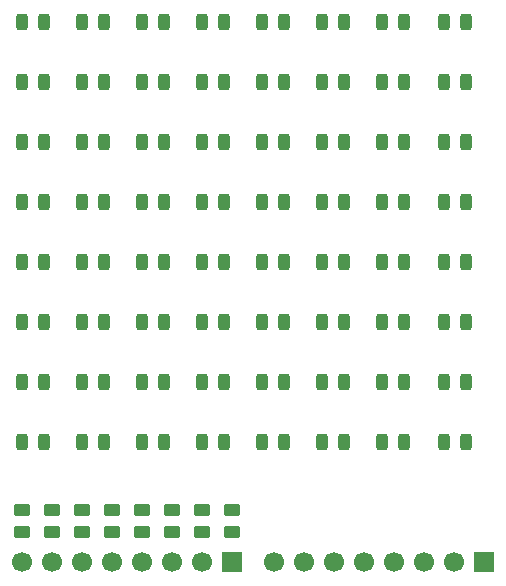
<source format=gbr>
%TF.GenerationSoftware,KiCad,Pcbnew,9.0.3*%
%TF.CreationDate,2025-08-28T20:36:14+02:00*%
%TF.ProjectId,ledki8x8,6c65646b-6938-4783-982e-6b696361645f,rev?*%
%TF.SameCoordinates,Original*%
%TF.FileFunction,Soldermask,Top*%
%TF.FilePolarity,Negative*%
%FSLAX46Y46*%
G04 Gerber Fmt 4.6, Leading zero omitted, Abs format (unit mm)*
G04 Created by KiCad (PCBNEW 9.0.3) date 2025-08-28 20:36:14*
%MOMM*%
%LPD*%
G01*
G04 APERTURE LIST*
G04 Aperture macros list*
%AMRoundRect*
0 Rectangle with rounded corners*
0 $1 Rounding radius*
0 $2 $3 $4 $5 $6 $7 $8 $9 X,Y pos of 4 corners*
0 Add a 4 corners polygon primitive as box body*
4,1,4,$2,$3,$4,$5,$6,$7,$8,$9,$2,$3,0*
0 Add four circle primitives for the rounded corners*
1,1,$1+$1,$2,$3*
1,1,$1+$1,$4,$5*
1,1,$1+$1,$6,$7*
1,1,$1+$1,$8,$9*
0 Add four rect primitives between the rounded corners*
20,1,$1+$1,$2,$3,$4,$5,0*
20,1,$1+$1,$4,$5,$6,$7,0*
20,1,$1+$1,$6,$7,$8,$9,0*
20,1,$1+$1,$8,$9,$2,$3,0*%
G04 Aperture macros list end*
%ADD10C,1.700000*%
%ADD11R,1.700000X1.700000*%
%ADD12RoundRect,0.250000X-0.450000X0.262500X-0.450000X-0.262500X0.450000X-0.262500X0.450000X0.262500X0*%
%ADD13RoundRect,0.243750X0.243750X0.456250X-0.243750X0.456250X-0.243750X-0.456250X0.243750X-0.456250X0*%
G04 APERTURE END LIST*
D10*
%TO.C,J2*%
X169028000Y-124760000D03*
X171568000Y-124760000D03*
X174108000Y-124760000D03*
X176648000Y-124760000D03*
X179188000Y-124760000D03*
X181728000Y-124760000D03*
X184268000Y-124760000D03*
D11*
X186808000Y-124760000D03*
%TD*%
D10*
%TO.C,J1*%
X147692000Y-124760000D03*
X150232000Y-124760000D03*
X152772000Y-124760000D03*
X155312000Y-124760000D03*
X157852000Y-124760000D03*
X160392000Y-124760000D03*
X162932000Y-124760000D03*
D11*
X165472000Y-124760000D03*
%TD*%
D12*
%TO.C,R5*%
X155312000Y-120395000D03*
X155312000Y-122220000D03*
%TD*%
%TO.C,R1*%
X165472000Y-122220000D03*
X165472000Y-120395000D03*
%TD*%
%TO.C,R4*%
X157852000Y-122220000D03*
X157852000Y-120395000D03*
%TD*%
%TO.C,R2*%
X162932000Y-122220000D03*
X162932000Y-120395000D03*
%TD*%
%TO.C,R3*%
X160392000Y-122220000D03*
X160392000Y-120395000D03*
%TD*%
%TO.C,R8*%
X147692000Y-122220000D03*
X147692000Y-120395000D03*
%TD*%
%TO.C,R7*%
X150232000Y-122220000D03*
X150232000Y-120395000D03*
%TD*%
%TO.C,R6*%
X152772000Y-122220000D03*
X152772000Y-120395000D03*
%TD*%
D13*
%TO.C,D8*%
X147692000Y-79040000D03*
X149567000Y-79040000D03*
%TD*%
%TO.C,D7*%
X152772000Y-79040000D03*
X154647000Y-79040000D03*
%TD*%
%TO.C,D15*%
X152772000Y-84120000D03*
X154647000Y-84120000D03*
%TD*%
%TO.C,D30*%
X152772000Y-94280000D03*
X154647000Y-94280000D03*
%TD*%
%TO.C,D57*%
X152772000Y-99360000D03*
X154647000Y-99360000D03*
%TD*%
%TO.C,D58*%
X152772000Y-104440000D03*
X154647000Y-104440000D03*
%TD*%
%TO.C,D59*%
X152772000Y-109520000D03*
X154647000Y-109520000D03*
%TD*%
%TO.C,D60*%
X152772000Y-114600000D03*
X154647000Y-114600000D03*
%TD*%
%TO.C,D29*%
X152772000Y-89200000D03*
X154647000Y-89200000D03*
%TD*%
%TO.C,D16*%
X147692000Y-84120000D03*
X149567000Y-84120000D03*
%TD*%
%TO.C,D2*%
X180047000Y-79040000D03*
X178172000Y-79040000D03*
%TD*%
%TO.C,D10*%
X180047000Y-84120000D03*
X178172000Y-84120000D03*
%TD*%
%TO.C,D19*%
X180047000Y-89200000D03*
X178172000Y-89200000D03*
%TD*%
%TO.C,D20*%
X180047000Y-94280000D03*
X178172000Y-94280000D03*
%TD*%
%TO.C,D40*%
X180047000Y-114600000D03*
X178172000Y-114600000D03*
%TD*%
%TO.C,D37*%
X180047000Y-99360000D03*
X178172000Y-99360000D03*
%TD*%
%TO.C,D38*%
X180047000Y-104440000D03*
X178172000Y-104440000D03*
%TD*%
%TO.C,D39*%
X180047000Y-109520000D03*
X178172000Y-109520000D03*
%TD*%
%TO.C,D36*%
X185263494Y-114607608D03*
X183388494Y-114607608D03*
%TD*%
%TO.C,D18*%
X185263494Y-94287608D03*
X183388494Y-94287608D03*
%TD*%
%TO.C,D35*%
X185263494Y-109527608D03*
X183388494Y-109527608D03*
%TD*%
%TO.C,D33*%
X183388494Y-99367608D03*
X185263494Y-99367608D03*
%TD*%
%TO.C,D9*%
X185263494Y-84127608D03*
X183388494Y-84127608D03*
%TD*%
%TO.C,D17*%
X185263494Y-89207608D03*
X183388494Y-89207608D03*
%TD*%
%TO.C,D34*%
X185263494Y-104447608D03*
X183388494Y-104447608D03*
%TD*%
%TO.C,D1*%
X185263494Y-79047608D03*
X183388494Y-79047608D03*
%TD*%
%TO.C,D53*%
X157852000Y-99360000D03*
X159727000Y-99360000D03*
%TD*%
%TO.C,D64*%
X149567000Y-114600000D03*
X147692000Y-114600000D03*
%TD*%
%TO.C,D63*%
X149567000Y-109520000D03*
X147692000Y-109520000D03*
%TD*%
%TO.C,D62*%
X149567000Y-104440000D03*
X147692000Y-104440000D03*
%TD*%
%TO.C,D61*%
X149567000Y-99360000D03*
X147692000Y-99360000D03*
%TD*%
%TO.C,D56*%
X159727000Y-114600000D03*
X157852000Y-114600000D03*
%TD*%
%TO.C,D55*%
X159727000Y-109520000D03*
X157852000Y-109520000D03*
%TD*%
%TO.C,D54*%
X159727000Y-104440000D03*
X157852000Y-104440000D03*
%TD*%
%TO.C,D52*%
X164807000Y-114600000D03*
X162932000Y-114600000D03*
%TD*%
%TO.C,D51*%
X164807000Y-109520000D03*
X162932000Y-109520000D03*
%TD*%
%TO.C,D50*%
X164807000Y-104440000D03*
X162932000Y-104440000D03*
%TD*%
%TO.C,D49*%
X164807000Y-99360000D03*
X162932000Y-99360000D03*
%TD*%
%TO.C,D48*%
X169887000Y-114600000D03*
X168012000Y-114600000D03*
%TD*%
%TO.C,D47*%
X169887000Y-109520000D03*
X168012000Y-109520000D03*
%TD*%
%TO.C,D46*%
X169887000Y-104440000D03*
X168012000Y-104440000D03*
%TD*%
%TO.C,D45*%
X169887000Y-99360000D03*
X168012000Y-99360000D03*
%TD*%
%TO.C,D44*%
X174967000Y-114600000D03*
X173092000Y-114600000D03*
%TD*%
%TO.C,D43*%
X174967000Y-109520000D03*
X173092000Y-109520000D03*
%TD*%
%TO.C,D42*%
X174967000Y-104440000D03*
X173092000Y-104440000D03*
%TD*%
%TO.C,D41*%
X174967000Y-99360000D03*
X173092000Y-99360000D03*
%TD*%
%TO.C,D32*%
X149567000Y-94280000D03*
X147692000Y-94280000D03*
%TD*%
%TO.C,D31*%
X149567000Y-89200000D03*
X147692000Y-89200000D03*
%TD*%
%TO.C,D28*%
X159727000Y-94280000D03*
X157852000Y-94280000D03*
%TD*%
%TO.C,D27*%
X159727000Y-89200000D03*
X157852000Y-89200000D03*
%TD*%
%TO.C,D26*%
X164807000Y-94280000D03*
X162932000Y-94280000D03*
%TD*%
%TO.C,D25*%
X164807000Y-89200000D03*
X162932000Y-89200000D03*
%TD*%
%TO.C,D24*%
X169887000Y-94280000D03*
X168012000Y-94280000D03*
%TD*%
%TO.C,D23*%
X169887000Y-89200000D03*
X168012000Y-89200000D03*
%TD*%
%TO.C,D22*%
X174967000Y-94280000D03*
X173092000Y-94280000D03*
%TD*%
%TO.C,D21*%
X174967000Y-89200000D03*
X173092000Y-89200000D03*
%TD*%
%TO.C,D14*%
X159727000Y-84120000D03*
X157852000Y-84120000D03*
%TD*%
%TO.C,D13*%
X164807000Y-84120000D03*
X162932000Y-84120000D03*
%TD*%
%TO.C,D12*%
X169887000Y-84120000D03*
X168012000Y-84120000D03*
%TD*%
%TO.C,D11*%
X174967000Y-84120000D03*
X173092000Y-84120000D03*
%TD*%
%TO.C,D6*%
X159727000Y-79040000D03*
X157852000Y-79040000D03*
%TD*%
%TO.C,D5*%
X164807000Y-79040000D03*
X162932000Y-79040000D03*
%TD*%
%TO.C,D4*%
X169887000Y-79040000D03*
X168012000Y-79040000D03*
%TD*%
%TO.C,D3*%
X174967000Y-79040000D03*
X173092000Y-79040000D03*
%TD*%
M02*

</source>
